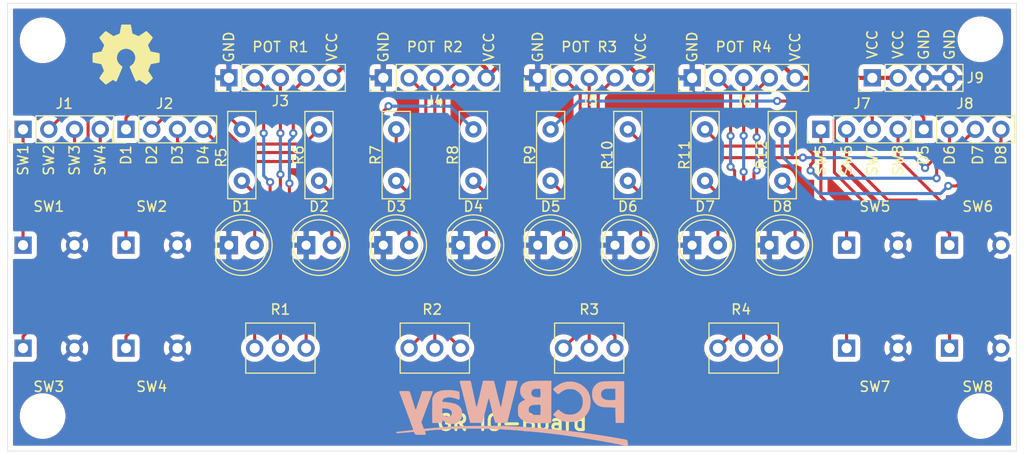
<source format=kicad_pcb>
(kicad_pcb (version 20171130) (host pcbnew "(5.1.2-1)-1")
  (layers (0 F.Cu signal) (31 B.Cu signal) (34 B.Paste user hide) (35 F.Paste user hide) (36 B.SilkS user) (37 F.SilkS user) (38 B.Mask user) (39 F.Mask user) (44 Edge.Cuts user))
  (net 0 "")
  (net 1 GNDREF)
  (net 2 "Net-(D1-Pad2)")
  (net 3 "Net-(D2-Pad2)")
  (net 4 "Net-(D3-Pad2)")
  (net 5 "Net-(D4-Pad2)")
  (net 6 "Net-(D5-Pad2)")
  (net 7 "Net-(D6-Pad2)")
  (net 8 "Net-(D7-Pad2)")
  (net 9 "Net-(D8-Pad2)")
  (net 10 /SW4)
  (net 11 /SW3)
  (net 12 /SW2)
  (net 13 /SW1)
  (net 14 /LED1)
  (net 15 /LED2)
  (net 16 /LED3)
  (net 17 /LED4)
  (net 18 VCC)
  (net 19 "Net-(J3-Pad4)")
  (net 20 "Net-(J3-Pad3)")
  (net 21 "Net-(J3-Pad2)")
  (net 22 "Net-(J4-Pad2)")
  (net 23 "Net-(J4-Pad3)")
  (net 24 "Net-(J4-Pad4)")
  (net 25 "Net-(J5-Pad4)")
  (net 26 "Net-(J5-Pad3)")
  (net 27 "Net-(J5-Pad2)")
  (net 28 "Net-(J6-Pad2)")
  (net 29 "Net-(J6-Pad3)")
  (net 30 "Net-(J6-Pad4)")
  (net 31 /SW5)
  (net 32 /SW6)
  (net 33 /SW7)
  (net 34 /SW8)
  (net 35 /LED8)
  (net 36 /LED7)
  (net 37 /LED6)
  (net 38 /LED5)
  (module "_Custom_Footprints:pcb way logo" (layer B.Cu) (at 83.82 75.692 180)
    (fp_text reference G*** hide)
    (fp_text value LOGO hide)
  )
  (module Symbol:OSHW-Symbol_6.7x6mm_SilkScreen (layer F.Cu) (at 45.72 39.624)
    (fp_text reference REF** hide)
    (fp_text value OSHW-Symbol_6.7x6mm_SilkScreen hide)
  )
  (module MountingHole:MountingHole_3.5mm (layer F.Cu) (at 37.4904 38.1)
    (fp_text reference REF** hide)
    (fp_text value MountingHole_3.5mm)
    (pad "" np_thru_hole circle (at 0 0.1016) (size 3.500001 3.500001) (drill 3.500001) (layers *.Cu *.Mask))
  )
  (module MountingHole:MountingHole_3.5mm (layer F.Cu) (at 130.048 37.9984)
    (fp_text reference REF** hide)
    (fp_text value MountingHole_3.5mm)
    (pad "" np_thru_hole circle (at 0 0.1016) (size 3.500001 3.500001) (drill 3.500001) (layers *.Cu *.Mask))
  )
  (module MountingHole:MountingHole_3.5mm (layer F.Cu) (at 130.048 75.184)
    (fp_text reference REF** hide)
    (fp_text value MountingHole_3.5mm)
    (pad "" np_thru_hole circle (at 0 0.1016) (size 3.500001 3.500001) (drill 3.500001) (layers *.Cu *.Mask))
  )
  (module MountingHole:MountingHole_3.5mm (layer F.Cu) (at 37.4904 75.2856)
    (fp_text reference REF** hide)
    (fp_text value MountingHole_3.5mm)
    (pad 1 np_thru_hole circle (at 0 0) (size 3.5 3.5) (drill 3.5) (layers *.Cu *.Mask))
  )
  (module LED_THT:LED_D5.0mm (layer F.Cu) (at 55.88 58.42)
    (fp_text reference D1 (at 1.27 -3.81) (layer F.SilkS))
    (fp_text value LED_Small_ALT)
    (pad 1 thru_hole rect (at 0 0) (size 1.8 1.8) (drill 0.9) (layers *.Cu *.Mask) (net 1 GNDREF))
    (pad 2 thru_hole circle (at 2.54 0) (size 1.8 1.8) (drill 0.9) (layers *.Cu *.Mask) (net 2 "Net-(D1-Pad2)"))
  )
  (module LED_THT:LED_D5.0mm (layer F.Cu) (at 63.5 58.42)
    (fp_text reference D2 (at 1.27 -3.81) (layer F.SilkS))
    (fp_text value LED_Small_ALT)
    (pad 2 thru_hole circle (at 2.54 0) (size 1.8 1.8) (drill 0.9) (layers *.Cu *.Mask) (net 3 "Net-(D2-Pad2)"))
    (pad 1 thru_hole rect (at 0 0) (size 1.8 1.8) (drill 0.9) (layers *.Cu *.Mask) (net 1 GNDREF))
  )
  (module LED_THT:LED_D5.0mm (layer F.Cu) (at 86.36 58.42)
    (fp_text reference D5 (at 1.27 -3.81) (layer F.SilkS))
    (fp_text value LED_Small_ALT)
    (pad 1 thru_hole rect (at 0 0) (size 1.8 1.8) (drill 0.9) (layers *.Cu *.Mask) (net 1 GNDREF))
    (pad 2 thru_hole circle (at 2.54 0) (size 1.8 1.8) (drill 0.9) (layers *.Cu *.Mask) (net 6 "Net-(D5-Pad2)"))
  )
  (module LED_THT:LED_D5.0mm (layer F.Cu) (at 93.98 58.42)
    (fp_text reference D6 (at 1.27 -3.81) (layer F.SilkS))
    (fp_text value LED_Small_ALT)
    (pad 2 thru_hole circle (at 2.54 0) (size 1.8 1.8) (drill 0.9) (layers *.Cu *.Mask) (net 7 "Net-(D6-Pad2)"))
    (pad 1 thru_hole rect (at 0 0) (size 1.8 1.8) (drill 0.9) (layers *.Cu *.Mask) (net 1 GNDREF))
  )
  (module LED_THT:LED_D5.0mm (layer F.Cu) (at 71.12 58.42)
    (fp_text reference D3 (at 1.27 -3.81) (layer F.SilkS))
    (fp_text value LED_Small_ALT)
    (pad 1 thru_hole rect (at 0 0) (size 1.8 1.8) (drill 0.9) (layers *.Cu *.Mask) (net 1 GNDREF))
    (pad 2 thru_hole circle (at 2.54 0) (size 1.8 1.8) (drill 0.9) (layers *.Cu *.Mask) (net 4 "Net-(D3-Pad2)"))
  )
  (module LED_THT:LED_D5.0mm (layer F.Cu) (at 78.74 58.42)
    (fp_text reference D4 (at 1.27 -3.81) (layer F.SilkS))
    (fp_text value LED_Small_ALT)
    (pad 2 thru_hole circle (at 2.54 0) (size 1.8 1.8) (drill 0.9) (layers *.Cu *.Mask) (net 5 "Net-(D4-Pad2)"))
    (pad 1 thru_hole rect (at 0 0) (size 1.8 1.8) (drill 0.9) (layers *.Cu *.Mask) (net 1 GNDREF))
  )
  (module LED_THT:LED_D5.0mm (layer F.Cu) (at 101.6 58.42)
    (fp_text reference D7 (at 1.27 -3.81) (layer F.SilkS))
    (fp_text value LED_Small_ALT)
    (pad 1 thru_hole rect (at 0 0) (size 1.8 1.8) (drill 0.9) (layers *.Cu *.Mask) (net 1 GNDREF))
    (pad 2 thru_hole circle (at 2.54 0) (size 1.8 1.8) (drill 0.9) (layers *.Cu *.Mask) (net 8 "Net-(D7-Pad2)"))
  )
  (module LED_THT:LED_D5.0mm (layer F.Cu) (at 109.22 58.42)
    (fp_text reference D8 (at 1.27 -3.81) (layer F.SilkS))
    (fp_text value LED_Small_ALT)
    (pad 2 thru_hole circle (at 2.54 0) (size 1.8 1.8) (drill 0.9) (layers *.Cu *.Mask) (net 9 "Net-(D8-Pad2)"))
    (pad 1 thru_hole rect (at 0 0) (size 1.8 1.8) (drill 0.9) (layers *.Cu *.Mask) (net 1 GNDREF))
  )
  (module Connector_PinHeader_2.54mm:PinHeader_1x04_P2.54mm_Vertical (layer F.Cu) (at 35.56 46.99 90)
    (fp_text reference J1 (at 2.54 4.064 180) (layer F.SilkS))
    (fp_text value Conn_01x04)
    (pad 4 thru_hole oval (at 0 7.62 90) (size 1.7 1.7) (drill 1) (layers *.Cu *.Mask) (net 10 /SW4))
    (pad 3 thru_hole oval (at 0 5.08 90) (size 1.7 1.7) (drill 1) (layers *.Cu *.Mask) (net 11 /SW3))
    (pad 2 thru_hole oval (at 0 2.54 90) (size 1.7 1.7) (drill 1) (layers *.Cu *.Mask) (net 12 /SW2))
    (pad 1 thru_hole rect (at 0 0 90) (size 1.7 1.7) (drill 1) (layers *.Cu *.Mask) (net 13 /SW1))
  )
  (module Connector_PinHeader_2.54mm:PinHeader_1x04_P2.54mm_Vertical (layer F.Cu) (at 45.72 46.99 90)
    (fp_text reference J2 (at 2.54 3.81 180) (layer F.SilkS))
    (fp_text value Conn_01x04)
    (pad 1 thru_hole rect (at 0 0 90) (size 1.7 1.7) (drill 1) (layers *.Cu *.Mask) (net 14 /LED1))
    (pad 2 thru_hole oval (at 0 2.54 90) (size 1.7 1.7) (drill 1) (layers *.Cu *.Mask) (net 15 /LED2))
    (pad 3 thru_hole oval (at 0 5.08 90) (size 1.7 1.7) (drill 1) (layers *.Cu *.Mask) (net 16 /LED3))
    (pad 4 thru_hole oval (at 0 7.62 90) (size 1.7 1.7) (drill 1) (layers *.Cu *.Mask) (net 17 /LED4))
  )
  (module Connector_PinHeader_2.54mm:PinHeader_1x05_P2.54mm_Vertical (layer F.Cu) (at 55.88 41.91 90)
    (fp_text reference J3 (at -2.286 5.08 180) (layer F.SilkS))
    (fp_text value Conn_01x05)
    (pad 5 thru_hole oval (at 0 10.16 90) (size 1.7 1.7) (drill 1) (layers *.Cu *.Mask) (net 18 VCC))
    (pad 4 thru_hole oval (at 0 7.62 90) (size 1.7 1.7) (drill 1) (layers *.Cu *.Mask) (net 19 "Net-(J3-Pad4)"))
    (pad 3 thru_hole oval (at 0 5.08 90) (size 1.7 1.7) (drill 1) (layers *.Cu *.Mask) (net 20 "Net-(J3-Pad3)"))
    (pad 2 thru_hole oval (at 0 2.54 90) (size 1.7 1.7) (drill 1) (layers *.Cu *.Mask) (net 21 "Net-(J3-Pad2)"))
    (pad 1 thru_hole rect (at 0 0 90) (size 1.7 1.7) (drill 1) (layers *.Cu *.Mask) (net 1 GNDREF))
  )
  (module Connector_PinHeader_2.54mm:PinHeader_1x05_P2.54mm_Vertical (layer F.Cu) (at 71.12 41.91 90)
    (fp_text reference J4 (at -2.286 5.08 180) (layer F.SilkS))
    (fp_text value Conn_01x05)
    (pad 1 thru_hole rect (at 0 0 90) (size 1.7 1.7) (drill 1) (layers *.Cu *.Mask) (net 1 GNDREF))
    (pad 2 thru_hole oval (at 0 2.54 90) (size 1.7 1.7) (drill 1) (layers *.Cu *.Mask) (net 22 "Net-(J4-Pad2)"))
    (pad 3 thru_hole oval (at 0 5.08 90) (size 1.7 1.7) (drill 1) (layers *.Cu *.Mask) (net 23 "Net-(J4-Pad3)"))
    (pad 4 thru_hole oval (at 0 7.62 90) (size 1.7 1.7) (drill 1) (layers *.Cu *.Mask) (net 24 "Net-(J4-Pad4)"))
    (pad 5 thru_hole oval (at 0 10.16 90) (size 1.7 1.7) (drill 1) (layers *.Cu *.Mask) (net 18 VCC))
  )
  (module Connector_PinHeader_2.54mm:PinHeader_1x05_P2.54mm_Vertical (layer F.Cu) (at 86.36 41.91 90)
    (fp_text reference J5 (at -2.286 5.08 180) (layer F.SilkS))
    (fp_text value Conn_01x05)
    (pad 5 thru_hole oval (at 0 10.16 90) (size 1.7 1.7) (drill 1) (layers *.Cu *.Mask) (net 18 VCC))
    (pad 4 thru_hole oval (at 0 7.62 90) (size 1.7 1.7) (drill 1) (layers *.Cu *.Mask) (net 25 "Net-(J5-Pad4)"))
    (pad 3 thru_hole oval (at 0 5.08 90) (size 1.7 1.7) (drill 1) (layers *.Cu *.Mask) (net 26 "Net-(J5-Pad3)"))
    (pad 2 thru_hole oval (at 0 2.54 90) (size 1.7 1.7) (drill 1) (layers *.Cu *.Mask) (net 27 "Net-(J5-Pad2)"))
    (pad 1 thru_hole rect (at 0 0 90) (size 1.7 1.7) (drill 1) (layers *.Cu *.Mask) (net 1 GNDREF))
  )
  (module Connector_PinHeader_2.54mm:PinHeader_1x05_P2.54mm_Vertical (layer F.Cu) (at 101.6 41.91 90)
    (fp_text reference J6 (at -2.286 5.08 180) (layer F.SilkS))
    (fp_text value Conn_01x05)
    (pad 1 thru_hole rect (at 0 0 90) (size 1.7 1.7) (drill 1) (layers *.Cu *.Mask) (net 1 GNDREF))
    (pad 2 thru_hole oval (at 0 2.54 90) (size 1.7 1.7) (drill 1) (layers *.Cu *.Mask) (net 28 "Net-(J6-Pad2)"))
    (pad 3 thru_hole oval (at 0 5.08 90) (size 1.7 1.7) (drill 1) (layers *.Cu *.Mask) (net 29 "Net-(J6-Pad3)"))
    (pad 4 thru_hole oval (at 0 7.62 90) (size 1.7 1.7) (drill 1) (layers *.Cu *.Mask) (net 30 "Net-(J6-Pad4)"))
    (pad 5 thru_hole oval (at 0 10.16 90) (size 1.7 1.7) (drill 1) (layers *.Cu *.Mask) (net 18 VCC))
  )
  (module Connector_PinHeader_2.54mm:PinHeader_1x04_P2.54mm_Vertical (layer F.Cu) (at 114.3 46.99 90)
    (fp_text reference J7 (at 2.54 4.064 180) (layer F.SilkS))
    (fp_text value Conn_01x04)
    (pad 1 thru_hole rect (at 0 0 90) (size 1.7 1.7) (drill 1) (layers *.Cu *.Mask) (net 31 /SW5))
    (pad 2 thru_hole oval (at 0 2.54 90) (size 1.7 1.7) (drill 1) (layers *.Cu *.Mask) (net 32 /SW6))
    (pad 3 thru_hole oval (at 0 5.08 90) (size 1.7 1.7) (drill 1) (layers *.Cu *.Mask) (net 33 /SW7))
    (pad 4 thru_hole oval (at 0 7.62 90) (size 1.7 1.7) (drill 1) (layers *.Cu *.Mask) (net 34 /SW8))
  )
  (module Connector_PinHeader_2.54mm:PinHeader_1x04_P2.54mm_Vertical (layer F.Cu) (at 124.46 46.99 90)
    (fp_text reference J8 (at 2.54 4.064 180) (layer F.SilkS))
    (fp_text value Conn_01x04)
    (pad 4 thru_hole oval (at 0 7.62 90) (size 1.7 1.7) (drill 1) (layers *.Cu *.Mask) (net 35 /LED8))
    (pad 3 thru_hole oval (at 0 5.08 90) (size 1.7 1.7) (drill 1) (layers *.Cu *.Mask) (net 36 /LED7))
    (pad 2 thru_hole oval (at 0 2.54 90) (size 1.7 1.7) (drill 1) (layers *.Cu *.Mask) (net 37 /LED6))
    (pad 1 thru_hole rect (at 0 0 90) (size 1.7 1.7) (drill 1) (layers *.Cu *.Mask) (net 38 /LED5))
  )
  (module Connector_PinHeader_2.54mm:PinHeader_1x04_P2.54mm_Vertical (layer F.Cu) (at 119.38 41.91 90)
    (fp_text reference J9 (at 0 10.16 180) (layer F.SilkS))
    (fp_text value Conn_01x04)
    (pad 1 thru_hole rect (at 0 0 90) (size 1.7 1.7) (drill 1) (layers *.Cu *.Mask) (net 18 VCC))
    (pad 2 thru_hole oval (at 0 2.54 90) (size 1.7 1.7) (drill 1) (layers *.Cu *.Mask) (net 18 VCC))
    (pad 3 thru_hole oval (at 0 5.08 90) (size 1.7 1.7) (drill 1) (layers *.Cu *.Mask) (net 1 GNDREF))
    (pad 4 thru_hole oval (at 0 7.62 90) (size 1.7 1.7) (drill 1) (layers *.Cu *.Mask) (net 1 GNDREF))
  )
  (module CustomPot:Potentiometer_Green (layer F.Cu) (at 58.42 68.58 90)
    (fp_text reference R1 (at 3.81 2.54 180) (layer F.SilkS))
    (fp_text value 10K)
    (pad 3 thru_hole circle (at 0 5.08 90) (size 1.69926 1.69926) (drill 1) (layers *.Cu *.Mask) (net 19 "Net-(J3-Pad4)"))
    (pad 2 thru_hole circle (at 0 2.54 90) (size 1.69926 1.69926) (drill 1) (layers *.Cu *.Mask) (net 20 "Net-(J3-Pad3)"))
    (pad 1 thru_hole circle (at 0 0 90) (size 1.69926 1.69926) (drill 1) (layers *.Cu *.Mask) (net 21 "Net-(J3-Pad2)"))
  )
  (module CustomPot:Potentiometer_Green (layer F.Cu) (at 73.66 68.58 90)
    (fp_text reference R2 (at 3.81 2.286 180) (layer F.SilkS))
    (fp_text value 10K)
    (pad 1 thru_hole circle (at 0 0 90) (size 1.69926 1.69926) (drill 1) (layers *.Cu *.Mask) (net 22 "Net-(J4-Pad2)"))
    (pad 2 thru_hole circle (at 0 2.54 90) (size 1.69926 1.69926) (drill 1) (layers *.Cu *.Mask) (net 23 "Net-(J4-Pad3)"))
    (pad 3 thru_hole circle (at 0 5.08 90) (size 1.69926 1.69926) (drill 1) (layers *.Cu *.Mask) (net 24 "Net-(J4-Pad4)"))
  )
  (module CustomPot:Potentiometer_Green (layer F.Cu) (at 88.9 68.58 90)
    (fp_text reference R3 (at 3.81 2.54 180) (layer F.SilkS))
    (fp_text value 10K)
    (pad 3 thru_hole circle (at 0 5.08 90) (size 1.69926 1.69926) (drill 1) (layers *.Cu *.Mask) (net 25 "Net-(J5-Pad4)"))
    (pad 2 thru_hole circle (at 0 2.54 90) (size 1.69926 1.69926) (drill 1) (layers *.Cu *.Mask) (net 26 "Net-(J5-Pad3)"))
    (pad 1 thru_hole circle (at 0 0 90) (size 1.69926 1.69926) (drill 1) (layers *.Cu *.Mask) (net 27 "Net-(J5-Pad2)"))
  )
  (module CustomPot:Potentiometer_Green (layer F.Cu) (at 104.14 68.58 90)
    (fp_text reference R4 (at 3.81 2.286 180) (layer F.SilkS))
    (fp_text value 10K)
    (pad 1 thru_hole circle (at 0 0 90) (size 1.69926 1.69926) (drill 1) (layers *.Cu *.Mask) (net 28 "Net-(J6-Pad2)"))
    (pad 2 thru_hole circle (at 0 2.54 90) (size 1.69926 1.69926) (drill 1) (layers *.Cu *.Mask) (net 29 "Net-(J6-Pad3)"))
    (pad 3 thru_hole circle (at 0 5.08 90) (size 1.69926 1.69926) (drill 1) (layers *.Cu *.Mask) (net 30 "Net-(J6-Pad4)"))
  )
  (module CustomPot:PushButton (layer F.Cu) (at 35.56 58.42)
    (fp_text reference SW1 (at 2.54 -3.81) (layer F.SilkS))
    (fp_text value SW_Push)
    (pad 1 thru_hole rect (at 0 0) (size 1.69926 1.69926) (drill 1) (layers *.Cu *.Mask) (net 13 /SW1))
    (pad 2 thru_hole circle (at 5.08 0) (size 1.69926 1.69926) (drill 1) (layers *.Cu *.Mask) (net 1 GNDREF))
  )
  (module CustomPot:PushButton (layer F.Cu) (at 45.72 58.42)
    (fp_text reference SW2 (at 2.54 -3.81) (layer F.SilkS))
    (fp_text value SW_Push)
    (pad 2 thru_hole circle (at 5.08 0) (size 1.69926 1.69926) (drill 1) (layers *.Cu *.Mask) (net 1 GNDREF))
    (pad 1 thru_hole rect (at 0 0) (size 1.69926 1.69926) (drill 1) (layers *.Cu *.Mask) (net 12 /SW2))
  )
  (module CustomPot:PushButton (layer F.Cu) (at 116.84 58.42)
    (fp_text reference SW5 (at 2.794 -3.81) (layer F.SilkS))
    (fp_text value SW_Push)
    (pad 1 thru_hole rect (at 0 0) (size 1.69926 1.69926) (drill 1) (layers *.Cu *.Mask) (net 31 /SW5))
    (pad 2 thru_hole circle (at 5.08 0) (size 1.69926 1.69926) (drill 1) (layers *.Cu *.Mask) (net 1 GNDREF))
  )
  (module CustomPot:PushButton (layer F.Cu) (at 127 58.42)
    (fp_text reference SW6 (at 2.794 -3.81) (layer F.SilkS))
    (fp_text value SW_Push)
    (pad 2 thru_hole circle (at 5.08 0) (size 1.69926 1.69926) (drill 1) (layers *.Cu *.Mask) (net 1 GNDREF))
    (pad 1 thru_hole rect (at 0 0) (size 1.69926 1.69926) (drill 1) (layers *.Cu *.Mask) (net 32 /SW6))
  )
  (module CustomPot:PushButton (layer F.Cu) (at 35.56 68.58)
    (fp_text reference SW3 (at 2.54 3.81) (layer F.SilkS))
    (fp_text value SW_Push)
    (pad 1 thru_hole rect (at 0 0) (size 1.69926 1.69926) (drill 1) (layers *.Cu *.Mask) (net 11 /SW3))
    (pad 2 thru_hole circle (at 5.08 0) (size 1.69926 1.69926) (drill 1) (layers *.Cu *.Mask) (net 1 GNDREF))
  )
  (module CustomPot:PushButton (layer F.Cu) (at 45.72 68.58)
    (fp_text reference SW4 (at 2.54 3.81) (layer F.SilkS))
    (fp_text value SW_Push)
    (pad 2 thru_hole circle (at 5.08 0) (size 1.69926 1.69926) (drill 1) (layers *.Cu *.Mask) (net 1 GNDREF))
    (pad 1 thru_hole rect (at 0 0) (size 1.69926 1.69926) (drill 1) (layers *.Cu *.Mask) (net 10 /SW4))
  )
  (module CustomPot:PushButton (layer F.Cu) (at 116.84 68.58)
    (fp_text reference SW7 (at 2.794 3.81) (layer F.SilkS))
    (fp_text value SW_Push)
    (pad 1 thru_hole rect (at 0 0) (size 1.69926 1.69926) (drill 1) (layers *.Cu *.Mask) (net 33 /SW7))
    (pad 2 thru_hole circle (at 5.08 0) (size 1.69926 1.69926) (drill 1) (layers *.Cu *.Mask) (net 1 GNDREF))
  )
  (module CustomPot:PushButton (layer F.Cu) (at 127 68.58)
    (fp_text reference SW8 (at 2.794 3.81) (layer F.SilkS))
    (fp_text value SW_Push)
    (pad 2 thru_hole circle (at 5.08 0) (size 1.69926 1.69926) (drill 1) (layers *.Cu *.Mask) (net 1 GNDREF))
    (pad 1 thru_hole rect (at 0 0) (size 1.69926 1.69926) (drill 1) (layers *.Cu *.Mask) (net 34 /SW8))
  )
  (module Resistor_THT:R_Box_L8.4mm_W2.5mm_P5.08mm (layer F.Cu) (at 57.15 52.07 90)
    (fp_text reference R5 (at 2.286 -2.032 90) (layer F.SilkS))
    (fp_text value R_Small_US)
    (pad 2 thru_hole circle (at 5.08 0 90) (size 1.6 1.6) (drill 0.8) (layers *.Cu *.Mask) (net 14 /LED1))
    (pad 1 thru_hole circle (at 0 0 90) (size 1.6 1.6) (drill 0.8) (layers *.Cu *.Mask) (net 2 "Net-(D1-Pad2)"))
  )
  (module Resistor_THT:R_Box_L8.4mm_W2.5mm_P5.08mm (layer F.Cu) (at 64.77 52.07 90)
    (fp_text reference R6 (at 2.54 -2.032 90) (layer F.SilkS))
    (fp_text value R_Small_US)
    (pad 1 thru_hole circle (at 0 0 90) (size 1.6 1.6) (drill 0.8) (layers *.Cu *.Mask) (net 3 "Net-(D2-Pad2)"))
    (pad 2 thru_hole circle (at 5.08 0 90) (size 1.6 1.6) (drill 0.8) (layers *.Cu *.Mask) (net 15 /LED2))
  )
  (module Resistor_THT:R_Box_L8.4mm_W2.5mm_P5.08mm (layer F.Cu) (at 87.63 52.07 90)
    (fp_text reference R9 (at 2.54 -2.032 90) (layer F.SilkS))
    (fp_text value R_Small_US)
    (pad 2 thru_hole circle (at 5.08 0 90) (size 1.6 1.6) (drill 0.8) (layers *.Cu *.Mask) (net 38 /LED5))
    (pad 1 thru_hole circle (at 0 0 90) (size 1.6 1.6) (drill 0.8) (layers *.Cu *.Mask) (net 6 "Net-(D5-Pad2)"))
  )
  (module Resistor_THT:R_Box_L8.4mm_W2.5mm_P5.08mm (layer F.Cu) (at 95.25 52.07 90)
    (fp_text reference R10 (at 2.54 -2.032 90) (layer F.SilkS))
    (fp_text value R_Small_US)
    (pad 1 thru_hole circle (at 0 0 90) (size 1.6 1.6) (drill 0.8) (layers *.Cu *.Mask) (net 7 "Net-(D6-Pad2)"))
    (pad 2 thru_hole circle (at 5.08 0 90) (size 1.6 1.6) (drill 0.8) (layers *.Cu *.Mask) (net 37 /LED6))
  )
  (module Resistor_THT:R_Box_L8.4mm_W2.5mm_P5.08mm (layer F.Cu) (at 72.39 52.07 90)
    (fp_text reference R7 (at 2.54 -2.032 90) (layer F.SilkS))
    (fp_text value R_Small_US)
    (pad 2 thru_hole circle (at 5.08 0 90) (size 1.6 1.6) (drill 0.8) (layers *.Cu *.Mask) (net 16 /LED3))
    (pad 1 thru_hole circle (at 0 0 90) (size 1.6 1.6) (drill 0.8) (layers *.Cu *.Mask) (net 4 "Net-(D3-Pad2)"))
  )
  (module Resistor_THT:R_Box_L8.4mm_W2.5mm_P5.08mm (layer F.Cu) (at 80.01 52.07 90)
    (fp_text reference R8 (at 2.54 -2.032 90) (layer F.SilkS))
    (fp_text value R_Small_US)
    (pad 1 thru_hole circle (at 0 0 90) (size 1.6 1.6) (drill 0.8) (layers *.Cu *.Mask) (net 5 "Net-(D4-Pad2)"))
    (pad 2 thru_hole circle (at 5.08 0 90) (size 1.6 1.6) (drill 0.8) (layers *.Cu *.Mask) (net 17 /LED4))
  )
  (module Resistor_THT:R_Box_L8.4mm_W2.5mm_P5.08mm (layer F.Cu) (at 102.87 52.07 90)
    (fp_text reference R11 (at 2.54 -2.032 90) (layer F.SilkS))
    (fp_text value R_Small_US)
    (pad 2 thru_hole circle (at 5.08 0 90) (size 1.6 1.6) (drill 0.8) (layers *.Cu *.Mask) (net 36 /LED7))
    (pad 1 thru_hole circle (at 0 0 90) (size 1.6 1.6) (drill 0.8) (layers *.Cu *.Mask) (net 8 "Net-(D7-Pad2)"))
  )
  (module Resistor_THT:R_Box_L8.4mm_W2.5mm_P5.08mm (layer F.Cu) (at 110.49 52.07 90)
    (fp_text reference R12 (at 2.54 -2.032 90) (layer F.SilkS))
    (fp_text value R_Small_US)
    (pad 1 thru_hole circle (at 0 0 90) (size 1.6 1.6) (drill 0.8) (layers *.Cu *.Mask) (net 9 "Net-(D8-Pad2)"))
    (pad 2 thru_hole circle (at 5.08 0 90) (size 1.6 1.6) (drill 0.8) (layers *.Cu *.Mask) (net 35 /LED8))
  )
  (gr_text SW8 (at 121.92 50.038 90) (layer F.SilkS) (effects (font (size 1 1))))
  (gr_text SW7 (at 119.38 50.038 90) (layer F.SilkS) (effects (font (size 1 1))))
  (gr_text SW6 (at 116.84 50.038 90) (layer F.SilkS) (effects (font (size 1 1))))
  (gr_text SW5 (at 114.3 50.038 90) (layer F.SilkS) (effects (font (size 1 1))))
  (gr_text D8 (at 132.08 49.53 90) (layer F.SilkS) (effects (font (size 1 1))))
  (gr_text D7 (at 129.794 49.53 90) (layer F.SilkS) (effects (font (size 1 1))))
  (gr_text D6 (at 127 49.53 90) (layer F.SilkS) (effects (font (size 1 1))))
  (gr_text "D5\n\n" (at 125.222 49.53 90) (layer F.SilkS) (effects (font (size 1 1))))
  (gr_text "D4\n" (at 53.34 49.53 90) (layer F.SilkS) (effects (font (size 1 1))))
  (gr_text "D3\n" (at 50.8 49.53 90) (layer F.SilkS) (effects (font (size 1 1))))
  (gr_text "D2\n" (at 48.26 49.53 90) (layer F.SilkS) (effects (font (size 1 1))))
  (gr_text "D1\n" (at 45.72 49.53 90) (layer F.SilkS) (effects (font (size 1 1))))
  (gr_text "SW4\n" (at 43.18 50.038 90) (layer F.SilkS) (effects (font (size 1 1))))
  (gr_text "SW3\n" (at 40.64 50.038 90) (layer F.SilkS) (effects (font (size 1 1))))
  (gr_text "SW2\n" (at 38.1 50.038 90) (layer F.SilkS) (effects (font (size 1 1))))
  (gr_text "SW1\n" (at 35.56 50.038 90) (layer F.SilkS) (effects (font (size 1 1))))
  (gr_text "POT R4\n" (at 106.68 38.862) (layer F.SilkS) (effects (font (size 1 1))))
  (gr_text "POT R3" (at 91.44 38.862) (layer F.SilkS) (effects (font (size 1 1))))
  (gr_text "POT R2" (at 76.2 38.862) (layer F.SilkS) (effects (font (size 1 1))))
  (gr_text "POT R1" (at 60.96 38.862) (layer F.SilkS) (effects (font (size 1 1))))
  (gr_text GND (at 55.88 38.862 90) (layer F.SilkS) (effects (font (size 1 1))))
  (gr_text VCC (at 66.04 38.862 90) (layer F.SilkS) (effects (font (size 1 1))))
  (gr_text VCC (at 81.534 38.862 90) (layer F.SilkS) (effects (font (size 1 1))))
  (gr_text VCC (at 96.52 38.862 90) (layer F.SilkS) (effects (font (size 1 1))))
  (gr_text GND (at 71.12 38.862 90) (layer F.SilkS) (effects (font (size 1 1))))
  (gr_text GND (at 86.36 38.862 90) (layer F.SilkS) (effects (font (size 1 1))))
  (gr_text GND (at 101.6 38.862 90) (layer F.SilkS) (effects (font (size 1 1))))
  (gr_text VCC (at 111.76 38.862 90) (layer F.SilkS) (effects (font (size 1 1))))
  (gr_text GND (at 127 38.608 90) (layer F.SilkS) (effects (font (size 1 1))))
  (gr_text GND (at 124.46 38.608 90) (layer F.SilkS) (effects (font (size 1 1))))
  (gr_text VCC (at 121.92 38.608 90) (layer F.SilkS) (effects (font (size 1 1))))
  (gr_text VCC (at 119.38 38.608 90) (layer F.SilkS) (effects (font (size 1 1))))
  (gr_text "GR IO-Board" (at 83.82 75.946) (layer F.SilkS) (effects (font (size 1.5 1.5) (thickness 0.3))))
  (gr_line (start 34.036 78.74) (end 133.604 78.74) (layer Edge.Cuts) (width 0.05))
  (gr_line (start 34.036 34.544) (end 34.036 78.74) (layer Edge.Cuts) (width 0.05))
  (gr_line (start 133.604 34.544) (end 34.036 34.544) (layer Edge.Cuts) (width 0.05))
  (gr_line (start 133.604 78.74) (end 133.604 34.544) (layer Edge.Cuts) (width 0.05))
  (segment (start 58.42 53.34) (end 57.15 52.07) (width 0.3048) (layer F.Cu) (net 2))
  (segment (start 58.42 58.42) (end 58.42 53.34) (width 0.3048) (layer F.Cu) (net 2))
  (segment (start 66.04 53.34) (end 64.77 52.07) (width 0.3048) (layer F.Cu) (net 3))
  (segment (start 66.04 58.42) (end 66.04 53.34) (width 0.3048) (layer F.Cu) (net 3))
  (segment (start 73.66 53.34) (end 72.39 52.07) (width 0.3048) (layer F.Cu) (net 4))
  (segment (start 73.66 58.42) (end 73.66 53.34) (width 0.3048) (layer F.Cu) (net 4))
  (segment (start 81.28 53.34) (end 80.01 52.07) (width 0.3048) (layer F.Cu) (net 5))
  (segment (start 81.28 58.42) (end 81.28 53.34) (width 0.3048) (layer F.Cu) (net 5))
  (segment (start 88.9 53.34) (end 87.63 52.07) (width 0.3048) (layer F.Cu) (net 6))
  (segment (start 88.9 58.42) (end 88.9 53.34) (width 0.3048) (layer F.Cu) (net 6))
  (segment (start 96.52 53.34) (end 95.25 52.07) (width 0.3048) (layer F.Cu) (net 7))
  (segment (start 96.52 58.42) (end 96.52 53.34) (width 0.3048) (layer F.Cu) (net 7))
  (segment (start 104.14 53.34) (end 102.87 52.07) (width 0.3048) (layer F.Cu) (net 8))
  (segment (start 104.14 58.42) (end 104.14 53.34) (width 0.3048) (layer F.Cu) (net 8))
  (segment (start 111.76 53.34) (end 110.49 52.07) (width 0.3048) (layer F.Cu) (net 9))
  (segment (start 111.76 58.42) (end 111.76 53.34) (width 0.3048) (layer F.Cu) (net 9))
  (segment (start 45.72 67.42557) (end 48.26 64.88557) (width 0.3048) (layer F.Cu) (net 10))
  (segment (start 45.72 68.58) (end 45.72 67.42557) (width 0.3048) (layer F.Cu) (net 10))
  (segment (start 48.26 64.88557) (end 48.26 56.515) (width 0.3048) (layer F.Cu) (net 10))
  (segment (start 43.18 51.435) (end 43.18 46.99) (width 0.3048) (layer F.Cu) (net 10))
  (segment (start 48.26 56.515) (end 43.18 51.435) (width 0.3048) (layer F.Cu) (net 10))
  (segment (start 35.56 67.42557) (end 37.973 65.01257) (width 0.3048) (layer F.Cu) (net 11))
  (segment (start 35.56 68.58) (end 35.56 67.42557) (width 0.3048) (layer F.Cu) (net 11))
  (segment (start 37.973 65.01257) (end 37.973 53.721) (width 0.3048) (layer F.Cu) (net 11))
  (segment (start 40.64 51.054) (end 40.64 46.99) (width 0.3048) (layer F.Cu) (net 11))
  (segment (start 37.973 53.721) (end 40.64 51.054) (width 0.3048) (layer F.Cu) (net 11))
  (segment (start 40.005 45.085) (end 38.1 46.99) (width 0.3048) (layer F.Cu) (net 12))
  (segment (start 41.977599 46.041599) (end 41.021 45.085) (width 0.3048) (layer F.Cu) (net 12))
  (segment (start 45.72 58.42) (end 45.72 56.642) (width 0.3048) (layer F.Cu) (net 12))
  (segment (start 41.977599 52.899599) (end 41.977599 46.041599) (width 0.3048) (layer F.Cu) (net 12))
  (segment (start 45.72 56.642) (end 41.977599 52.899599) (width 0.3048) (layer F.Cu) (net 12))
  (segment (start 41.021 45.085) (end 40.005 45.085) (width 0.3048) (layer F.Cu) (net 12))
  (segment (start 35.56 57.26557) (end 35.56 46.99) (width 0.3048) (layer F.Cu) (net 13))
  (segment (start 35.56 58.42) (end 35.56 57.26557) (width 0.3048) (layer F.Cu) (net 13))
  (segment (start 45.72 45.8352) (end 46.9782 44.577) (width 0.3048) (layer F.Cu) (net 14))
  (segment (start 45.72 46.99) (end 45.72 45.8352) (width 0.3048) (layer F.Cu) (net 14))
  (segment (start 54.737 44.577) (end 57.15 46.99) (width 0.3048) (layer F.Cu) (net 14))
  (segment (start 46.9782 44.577) (end 54.737 44.577) (width 0.3048) (layer F.Cu) (net 14))
  (segment (start 48.26 46.99) (end 49.911 45.339) (width 0.3048) (layer F.Cu) (net 15))
  (segment (start 53.793446 45.339) (end 56.896 48.441554) (width 0.3048) (layer F.Cu) (net 15))
  (segment (start 49.911 45.339) (end 53.793446 45.339) (width 0.3048) (layer F.Cu) (net 15))
  (segment (start 63.318446 48.441554) (end 64.77 46.99) (width 0.3048) (layer F.Cu) (net 15))
  (segment (start 56.896 48.441554) (end 63.318446 48.441554) (width 0.3048) (layer F.Cu) (net 15))
  (segment (start 50.8 48.192081) (end 52.772919 50.165) (width 0.3048) (layer F.Cu) (net 16))
  (segment (start 50.8 46.99) (end 50.8 48.192081) (width 0.3048) (layer F.Cu) (net 16))
  (segment (start 52.772919 50.165) (end 70.866 50.165) (width 0.3048) (layer F.Cu) (net 16))
  (segment (start 72.39 48.641) (end 72.39 46.99) (width 0.3048) (layer F.Cu) (net 16))
  (segment (start 70.866 50.165) (end 72.39 48.641) (width 0.3048) (layer F.Cu) (net 16))
  (segment (start 72.193685 44.704) (end 71.628 44.704) (width 0.3048) (layer B.Cu) (net 17))
  (segment (start 71.228001 45.103999) (end 71.628 44.704) (width 0.3048) (layer F.Cu) (net 17))
  (segment (start 77.724 44.704) (end 72.193685 44.704) (width 0.3048) (layer B.Cu) (net 17))
  (segment (start 55.626 49.276) (end 67.056 49.276) (width 0.3048) (layer F.Cu) (net 17))
  (segment (start 80.01 46.99) (end 77.724 44.704) (width 0.3048) (layer B.Cu) (net 17))
  (segment (start 67.056 49.276) (end 71.228001 45.103999) (width 0.3048) (layer F.Cu) (net 17))
  (segment (start 53.34 46.99) (end 55.626 49.276) (width 0.3048) (layer F.Cu) (net 17))
  (via (at 71.628 44.704) (size 0.8) (drill 0.4) (layers F.Cu B.Cu) (net 17))
  (segment (start 121.92 41.91) (end 119.38 41.91) (width 0.4064) (layer F.Cu) (net 18))
  (segment (start 119.38 41.91) (end 111.76 41.91) (width 0.4064) (layer F.Cu) (net 18))
  (segment (start 81.28 41.91) (end 84.328 38.862) (width 0.4064) (layer F.Cu) (net 18))
  (segment (start 93.472 38.862) (end 96.52 41.91) (width 0.4064) (layer F.Cu) (net 18))
  (segment (start 84.328 38.862) (end 93.472 38.862) (width 0.4064) (layer F.Cu) (net 18))
  (segment (start 96.52 41.91) (end 99.568 38.862) (width 0.4064) (layer F.Cu) (net 18))
  (segment (start 108.712 38.862) (end 111.76 41.91) (width 0.4064) (layer F.Cu) (net 18))
  (segment (start 99.568 38.862) (end 108.712 38.862) (width 0.4064) (layer F.Cu) (net 18))
  (segment (start 81.28 41.021) (end 81.28 41.91) (width 0.4064) (layer F.Cu) (net 18))
  (segment (start 78.994 38.735) (end 81.28 41.021) (width 0.4064) (layer F.Cu) (net 18))
  (segment (start 69.215 38.735) (end 78.994 38.735) (width 0.4064) (layer F.Cu) (net 18))
  (segment (start 66.04 41.91) (end 69.215 38.735) (width 0.4064) (layer F.Cu) (net 18))
  (segment (start 63.5 68.58) (end 63.5 62.738) (width 0.3048) (layer F.Cu) (net 19))
  (segment (start 63.5 62.738) (end 61.849 61.087) (width 0.3048) (layer F.Cu) (net 19))
  (segment (start 61.849 61.087) (end 61.849 54.102) (width 0.3048) (layer F.Cu) (net 19))
  (via (at 61.849 52.324) (size 0.8) (drill 0.4) (layers F.Cu B.Cu) (net 19))
  (segment (start 61.849 54.102) (end 61.849 52.324) (width 0.3048) (layer F.Cu) (net 19))
  (segment (start 61.849 52.324) (end 61.849 48.133) (width 0.3048) (layer B.Cu) (net 19))
  (via (at 62.23 47.371) (size 0.8) (drill 0.4) (layers F.Cu B.Cu) (net 19))
  (segment (start 62.23 47.752) (end 62.23 47.371) (width 0.3048) (layer B.Cu) (net 19))
  (segment (start 61.849 48.133) (end 62.23 47.752) (width 0.3048) (layer B.Cu) (net 19))
  (segment (start 62.23 43.18) (end 63.5 41.91) (width 0.3048) (layer F.Cu) (net 19))
  (segment (start 62.23 47.371) (end 62.23 43.18) (width 0.3048) (layer F.Cu) (net 19))
  (segment (start 60.96 68.58) (end 60.96 51.435) (width 0.3048) (layer F.Cu) (net 20))
  (via (at 60.96 51.435) (size 0.8) (drill 0.4) (layers F.Cu B.Cu) (net 20))
  (segment (start 60.96 51.435) (end 60.96 47.371) (width 0.3048) (layer B.Cu) (net 20))
  (via (at 60.96 47.371) (size 0.8) (drill 0.4) (layers F.Cu B.Cu) (net 20))
  (segment (start 60.96 47.371) (end 60.96 41.91) (width 0.3048) (layer F.Cu) (net 20))
  (segment (start 58.42 68.58) (end 58.42 62.611) (width 0.3048) (layer F.Cu) (net 21))
  (segment (start 58.42 62.611) (end 59.944 61.087) (width 0.3048) (layer F.Cu) (net 21))
  (via (at 59.944 52.197) (size 0.8) (drill 0.4) (layers F.Cu B.Cu) (net 21))
  (segment (start 59.944 61.087) (end 59.944 52.197) (width 0.3048) (layer F.Cu) (net 21))
  (segment (start 59.944 52.197) (end 59.309 51.562) (width 0.3048) (layer B.Cu) (net 21))
  (segment (start 59.309 51.562) (end 59.309 47.371) (width 0.3048) (layer B.Cu) (net 21))
  (via (at 59.309 47.371) (size 0.8) (drill 0.4) (layers F.Cu B.Cu) (net 21))
  (segment (start 59.309 42.799) (end 58.42 41.91) (width 0.3048) (layer F.Cu) (net 21))
  (segment (start 59.309 47.371) (end 59.309 42.799) (width 0.3048) (layer F.Cu) (net 21))
  (segment (start 75.311 43.561) (end 74.509999 42.759999) (width 0.3048) (layer F.Cu) (net 22))
  (segment (start 75.311 66.929) (end 75.311 43.561) (width 0.3048) (layer F.Cu) (net 22))
  (segment (start 74.509999 42.759999) (end 73.66 41.91) (width 0.3048) (layer F.Cu) (net 22))
  (segment (start 73.66 68.58) (end 75.311 66.929) (width 0.3048) (layer F.Cu) (net 22))
  (segment (start 76.2 68.58) (end 76.2 41.91) (width 0.3048) (layer F.Cu) (net 23))
  (segment (start 77.890001 42.759999) (end 78.74 41.91) (width 0.3048) (layer F.Cu) (net 24))
  (segment (start 77.089 43.561) (end 77.890001 42.759999) (width 0.3048) (layer F.Cu) (net 24))
  (segment (start 77.089 66.929) (end 77.089 43.561) (width 0.3048) (layer F.Cu) (net 24))
  (segment (start 78.74 68.58) (end 77.089 66.929) (width 0.3048) (layer F.Cu) (net 24))
  (segment (start 93.130001 42.759999) (end 93.98 41.91) (width 0.3048) (layer F.Cu) (net 25))
  (segment (start 92.329 65.727442) (end 92.329 43.561) (width 0.3048) (layer F.Cu) (net 25))
  (segment (start 93.98 67.378442) (end 92.329 65.727442) (width 0.3048) (layer F.Cu) (net 25))
  (segment (start 92.329 43.561) (end 93.130001 42.759999) (width 0.3048) (layer F.Cu) (net 25))
  (segment (start 93.98 68.58) (end 93.98 67.378442) (width 0.3048) (layer F.Cu) (net 25))
  (segment (start 91.44 41.91) (end 91.44 68.58) (width 0.3048) (layer F.Cu) (net 26))
  (segment (start 89.749999 42.759999) (end 88.9 41.91) (width 0.3048) (layer F.Cu) (net 27))
  (segment (start 90.551 66.929) (end 90.551 43.561) (width 0.3048) (layer F.Cu) (net 27))
  (segment (start 90.551 43.561) (end 89.749999 42.759999) (width 0.3048) (layer F.Cu) (net 27))
  (segment (start 88.9 68.58) (end 90.551 66.929) (width 0.3048) (layer F.Cu) (net 27))
  (via (at 105.392401 50.690599) (size 0.8) (drill 0.4) (layers F.Cu B.Cu) (net 28))
  (segment (start 105.392401 50.690599) (end 105.392401 47.642599) (width 0.3048) (layer B.Cu) (net 28))
  (via (at 105.392401 47.642599) (size 0.8) (drill 0.4) (layers F.Cu B.Cu) (net 28))
  (segment (start 105.392401 43.162401) (end 104.14 41.91) (width 0.3048) (layer F.Cu) (net 28))
  (segment (start 105.392401 47.642599) (end 105.392401 43.162401) (width 0.3048) (layer F.Cu) (net 28))
  (segment (start 105.791 51.089198) (end 105.392401 50.690599) (width 0.3048) (layer F.Cu) (net 28))
  (segment (start 105.791 66.929) (end 105.791 51.089198) (width 0.3048) (layer F.Cu) (net 28))
  (segment (start 104.14 68.58) (end 105.791 66.929) (width 0.3048) (layer F.Cu) (net 28))
  (segment (start 106.68 41.91) (end 106.68 47.625) (width 0.3048) (layer F.Cu) (net 29))
  (via (at 106.68 47.625) (size 0.8) (drill 0.4) (layers F.Cu B.Cu) (net 29))
  (segment (start 106.68 47.625) (end 106.68 48.190685) (width 0.3048) (layer B.Cu) (net 29))
  (via (at 106.68 51.181) (size 0.8) (drill 0.4) (layers F.Cu B.Cu) (net 29))
  (segment (start 106.68 48.190685) (end 106.68 51.181) (width 0.3048) (layer B.Cu) (net 29))
  (segment (start 106.68 51.746685) (end 106.68 68.58) (width 0.3048) (layer F.Cu) (net 29))
  (segment (start 106.68 51.181) (end 106.68 51.746685) (width 0.3048) (layer F.Cu) (net 29))
  (via (at 107.967599 51.036401) (size 0.8) (drill 0.4) (layers F.Cu B.Cu) (net 30))
  (segment (start 107.967599 51.036401) (end 107.967599 47.769599) (width 0.3048) (layer B.Cu) (net 30))
  (via (at 107.967599 47.769599) (size 0.8) (drill 0.4) (layers F.Cu B.Cu) (net 30))
  (segment (start 107.967599 43.162401) (end 109.22 41.91) (width 0.3048) (layer F.Cu) (net 30))
  (segment (start 107.967599 47.769599) (end 107.967599 43.162401) (width 0.3048) (layer F.Cu) (net 30))
  (segment (start 107.696 51.308) (end 107.967599 51.036401) (width 0.3048) (layer F.Cu) (net 30))
  (segment (start 107.696 65.854442) (end 107.696 51.308) (width 0.3048) (layer F.Cu) (net 30))
  (segment (start 109.22 67.378442) (end 107.696 65.854442) (width 0.3048) (layer F.Cu) (net 30))
  (segment (start 109.22 68.58) (end 109.22 67.378442) (width 0.3048) (layer F.Cu) (net 30))
  (segment (start 114.3 46.99) (end 114.3 53.594) (width 0.3048) (layer F.Cu) (net 31))
  (segment (start 116.84 56.134) (end 116.84 58.42) (width 0.3048) (layer F.Cu) (net 31))
  (segment (start 114.3 53.594) (end 116.84 56.134) (width 0.3048) (layer F.Cu) (net 31))
  (segment (start 120.904 53.975) (end 116.84 49.911) (width 0.3048) (layer F.Cu) (net 32))
  (segment (start 123.70943 53.975) (end 120.904 53.975) (width 0.3048) (layer F.Cu) (net 32))
  (segment (start 116.84 49.911) (end 116.84 46.99) (width 0.3048) (layer F.Cu) (net 32))
  (segment (start 127 57.26557) (end 123.70943 53.975) (width 0.3048) (layer F.Cu) (net 32))
  (segment (start 127 58.42) (end 127 57.26557) (width 0.3048) (layer F.Cu) (net 32))
  (segment (start 119.38 45.787919) (end 118.677081 45.085) (width 0.3048) (layer F.Cu) (net 33))
  (segment (start 119.38 46.99) (end 119.38 45.787919) (width 0.3048) (layer F.Cu) (net 33))
  (segment (start 115.637599 46.033401) (end 115.637599 51.248599) (width 0.3048) (layer F.Cu) (net 33))
  (segment (start 116.586 45.085) (end 115.637599 46.033401) (width 0.3048) (layer F.Cu) (net 33))
  (segment (start 118.677081 45.085) (end 116.586 45.085) (width 0.3048) (layer F.Cu) (net 33))
  (segment (start 115.637599 51.248599) (end 119.253 54.864) (width 0.3048) (layer F.Cu) (net 33))
  (segment (start 119.253 54.864) (end 119.253 63.5) (width 0.3048) (layer F.Cu) (net 33))
  (segment (start 116.84 65.913) (end 116.84 68.58) (width 0.3048) (layer F.Cu) (net 33))
  (segment (start 119.253 63.5) (end 116.84 65.913) (width 0.3048) (layer F.Cu) (net 33))
  (segment (start 121.92 49.881556) (end 121.92 48.192081) (width 0.3048) (layer F.Cu) (net 34))
  (segment (start 121.92 48.192081) (end 121.92 46.99) (width 0.3048) (layer F.Cu) (net 34))
  (segment (start 127 62.865) (end 129.032 60.833) (width 0.3048) (layer F.Cu) (net 34))
  (segment (start 129.032 56.993556) (end 121.92 49.881556) (width 0.3048) (layer F.Cu) (net 34))
  (segment (start 127 68.58) (end 127 62.865) (width 0.3048) (layer F.Cu) (net 34))
  (segment (start 129.032 60.833) (end 129.032 56.993556) (width 0.3048) (layer F.Cu) (net 34))
  (segment (start 132.08 48.192081) (end 127.694081 52.578) (width 0.3048) (layer F.Cu) (net 35))
  (segment (start 132.08 46.99) (end 132.08 48.192081) (width 0.3048) (layer F.Cu) (net 35))
  (via (at 126.873 52.578) (size 0.8) (drill 0.4) (layers F.Cu B.Cu) (net 35))
  (segment (start 127.694081 52.578) (end 126.873 52.578) (width 0.3048) (layer F.Cu) (net 35))
  (segment (start 110.49 48.12137) (end 110.49 46.99) (width 0.3048) (layer B.Cu) (net 35))
  (segment (start 110.49 49.657) (end 110.49 48.12137) (width 0.3048) (layer B.Cu) (net 35))
  (segment (start 126.120599 53.330401) (end 114.163401 53.330401) (width 0.3048) (layer B.Cu) (net 35))
  (segment (start 114.163401 53.330401) (end 110.49 49.657) (width 0.3048) (layer B.Cu) (net 35))
  (segment (start 126.873 52.578) (end 126.120599 53.330401) (width 0.3048) (layer B.Cu) (net 35))
  (via (at 113.284 51.054) (size 0.8) (drill 0.4) (layers F.Cu B.Cu) (net 36))
  (segment (start 104.521 48.641) (end 103.669999 47.789999) (width 0.3048) (layer F.Cu) (net 36))
  (segment (start 112.776 48.641) (end 104.521 48.641) (width 0.3048) (layer F.Cu) (net 36))
  (segment (start 113.538 49.403) (end 112.776 48.641) (width 0.3048) (layer F.Cu) (net 36))
  (segment (start 113.284 50.488315) (end 113.538 50.234315) (width 0.3048) (layer F.Cu) (net 36))
  (segment (start 103.669999 47.789999) (end 102.87 46.99) (width 0.3048) (layer F.Cu) (net 36))
  (segment (start 113.538 50.234315) (end 113.538 49.403) (width 0.3048) (layer F.Cu) (net 36))
  (segment (start 113.284 51.054) (end 113.284 50.488315) (width 0.3048) (layer F.Cu) (net 36))
  (segment (start 125.73 50.8) (end 125.73 51.250315) (width 0.3048) (layer F.Cu) (net 36))
  (segment (start 129.54 46.99) (end 125.73 50.8) (width 0.3048) (layer F.Cu) (net 36))
  (segment (start 125.73 51.250315) (end 125.73 51.816) (width 0.3048) (layer F.Cu) (net 36))
  (segment (start 125.164315 51.816) (end 125.73 51.816) (width 0.3048) (layer B.Cu) (net 36))
  (segment (start 114.046 51.816) (end 125.164315 51.816) (width 0.3048) (layer B.Cu) (net 36))
  (segment (start 113.284 51.054) (end 114.046 51.816) (width 0.3048) (layer B.Cu) (net 36))
  (via (at 125.73 51.816) (size 0.8) (drill 0.4) (layers F.Cu B.Cu) (net 36))
  (via (at 112.522 49.784) (size 0.8) (drill 0.4) (layers F.Cu B.Cu) (net 37))
  (segment (start 95.25 46.99) (end 98.044 49.784) (width 0.3048) (layer F.Cu) (net 37))
  (segment (start 98.044 49.784) (end 111.956315 49.784) (width 0.3048) (layer F.Cu) (net 37))
  (segment (start 111.956315 49.784) (end 112.522 49.784) (width 0.3048) (layer F.Cu) (net 37))
  (segment (start 124.986999 50.400001) (end 124.587 50.8) (width 0.3048) (layer F.Cu) (net 37))
  (segment (start 127 48.387) (end 124.986999 50.400001) (width 0.3048) (layer F.Cu) (net 37))
  (via (at 124.587 50.8) (size 0.8) (drill 0.4) (layers F.Cu B.Cu) (net 37))
  (segment (start 124.187001 50.400001) (end 124.587 50.8) (width 0.3048) (layer B.Cu) (net 37))
  (segment (start 112.522 49.784) (end 123.571 49.784) (width 0.3048) (layer B.Cu) (net 37))
  (segment (start 127 46.99) (end 127 48.387) (width 0.3048) (layer F.Cu) (net 37))
  (segment (start 123.571 49.784) (end 124.187001 50.400001) (width 0.3048) (layer B.Cu) (net 37))
  (segment (start 124.46 45.8352) (end 122.8208 44.196) (width 0.3048) (layer F.Cu) (net 38))
  (segment (start 124.46 46.99) (end 124.46 45.8352) (width 0.3048) (layer F.Cu) (net 38))
  (segment (start 122.8208 44.196) (end 109.982 44.196) (width 0.3048) (layer F.Cu) (net 38))
  (via (at 109.982 44.196) (size 0.8) (drill 0.4) (layers F.Cu B.Cu) (net 38))
  (segment (start 90.424 44.196) (end 87.63 46.99) (width 0.3048) (layer B.Cu) (net 38))
  (segment (start 109.982 44.196) (end 90.424 44.196) (width 0.3048) (layer B.Cu) (net 38))
  (zone (net 1) (net_name GNDREF) (layer B.Cu) (connect_pads (clearance 0.508)) (min_thickness 0.254) (fill yes (arc_segments 32) (thermal_gap 0.508) (thermal_bridge_width 0.508))
    (polygon (pts (xy 34.036 34.544) (xy 133.604 34.544) (xy 133.604 78.74) (xy 34.036 78.74)))
  )
  (zone (net 1) (net_name GNDREF) (layer F.Cu) (connect_pads (clearance 0.508)) (min_thickness 0.254) (fill yes (arc_segments 32) (thermal_gap 0.508) (thermal_bridge_width 0.508))
    (polygon (pts (xy 34.036 34.544) (xy 133.604 34.544) (xy 133.604 78.74) (xy 34.036 78.74)))
  )
)
</source>
